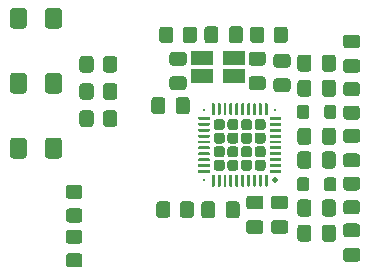
<source format=gbr>
%TF.GenerationSoftware,KiCad,Pcbnew,(5.1.9-0-10_14)*%
%TF.CreationDate,2021-04-20T20:33:20+01:00*%
%TF.ProjectId,PN532,504e3533-322e-46b6-9963-61645f706362,rev?*%
%TF.SameCoordinates,Original*%
%TF.FileFunction,Paste,Top*%
%TF.FilePolarity,Positive*%
%FSLAX46Y46*%
G04 Gerber Fmt 4.6, Leading zero omitted, Abs format (unit mm)*
G04 Created by KiCad (PCBNEW (5.1.9-0-10_14)) date 2021-04-20 20:33:20*
%MOMM*%
%LPD*%
G01*
G04 APERTURE LIST*
%ADD10C,0.500000*%
%ADD11R,0.200000X0.200000*%
%ADD12R,1.900000X1.150000*%
G04 APERTURE END LIST*
%TO.C,C14*%
G36*
G01*
X129925000Y-85087500D02*
X130875000Y-85087500D01*
G75*
G02*
X131125000Y-85337500I0J-250000D01*
G01*
X131125000Y-86012500D01*
G75*
G02*
X130875000Y-86262500I-250000J0D01*
G01*
X129925000Y-86262500D01*
G75*
G02*
X129675000Y-86012500I0J250000D01*
G01*
X129675000Y-85337500D01*
G75*
G02*
X129925000Y-85087500I250000J0D01*
G01*
G37*
G36*
G01*
X129925000Y-83012500D02*
X130875000Y-83012500D01*
G75*
G02*
X131125000Y-83262500I0J-250000D01*
G01*
X131125000Y-83937500D01*
G75*
G02*
X130875000Y-84187500I-250000J0D01*
G01*
X129925000Y-84187500D01*
G75*
G02*
X129675000Y-83937500I0J250000D01*
G01*
X129675000Y-83262500D01*
G75*
G02*
X129925000Y-83012500I250000J0D01*
G01*
G37*
%TD*%
%TO.C,C17*%
G36*
G01*
X120712500Y-74925000D02*
X120712500Y-75875000D01*
G75*
G02*
X120462500Y-76125000I-250000J0D01*
G01*
X119787500Y-76125000D01*
G75*
G02*
X119537500Y-75875000I0J250000D01*
G01*
X119537500Y-74925000D01*
G75*
G02*
X119787500Y-74675000I250000J0D01*
G01*
X120462500Y-74675000D01*
G75*
G02*
X120712500Y-74925000I0J-250000D01*
G01*
G37*
G36*
G01*
X122787500Y-74925000D02*
X122787500Y-75875000D01*
G75*
G02*
X122537500Y-76125000I-250000J0D01*
G01*
X121862500Y-76125000D01*
G75*
G02*
X121612500Y-75875000I0J250000D01*
G01*
X121612500Y-74925000D01*
G75*
G02*
X121862500Y-74675000I250000J0D01*
G01*
X122537500Y-74675000D01*
G75*
G02*
X122787500Y-74925000I0J-250000D01*
G01*
G37*
%TD*%
%TO.C,C16*%
G36*
G01*
X122275000Y-72012500D02*
X121325000Y-72012500D01*
G75*
G02*
X121075000Y-71762500I0J250000D01*
G01*
X121075000Y-71087500D01*
G75*
G02*
X121325000Y-70837500I250000J0D01*
G01*
X122275000Y-70837500D01*
G75*
G02*
X122525000Y-71087500I0J-250000D01*
G01*
X122525000Y-71762500D01*
G75*
G02*
X122275000Y-72012500I-250000J0D01*
G01*
G37*
G36*
G01*
X122275000Y-74087500D02*
X121325000Y-74087500D01*
G75*
G02*
X121075000Y-73837500I0J250000D01*
G01*
X121075000Y-73162500D01*
G75*
G02*
X121325000Y-72912500I250000J0D01*
G01*
X122275000Y-72912500D01*
G75*
G02*
X122525000Y-73162500I0J-250000D01*
G01*
X122525000Y-73837500D01*
G75*
G02*
X122275000Y-74087500I-250000J0D01*
G01*
G37*
%TD*%
%TO.C,C15*%
G36*
G01*
X128025000Y-72912500D02*
X128975000Y-72912500D01*
G75*
G02*
X129225000Y-73162500I0J-250000D01*
G01*
X129225000Y-73837500D01*
G75*
G02*
X128975000Y-74087500I-250000J0D01*
G01*
X128025000Y-74087500D01*
G75*
G02*
X127775000Y-73837500I0J250000D01*
G01*
X127775000Y-73162500D01*
G75*
G02*
X128025000Y-72912500I250000J0D01*
G01*
G37*
G36*
G01*
X128025000Y-70837500D02*
X128975000Y-70837500D01*
G75*
G02*
X129225000Y-71087500I0J-250000D01*
G01*
X129225000Y-71762500D01*
G75*
G02*
X128975000Y-72012500I-250000J0D01*
G01*
X128025000Y-72012500D01*
G75*
G02*
X127775000Y-71762500I0J250000D01*
G01*
X127775000Y-71087500D01*
G75*
G02*
X128025000Y-70837500I250000J0D01*
G01*
G37*
%TD*%
%TO.C,C13*%
G36*
G01*
X124937500Y-83750000D02*
X124937500Y-84700000D01*
G75*
G02*
X124687500Y-84950000I-250000J0D01*
G01*
X124012500Y-84950000D01*
G75*
G02*
X123762500Y-84700000I0J250000D01*
G01*
X123762500Y-83750000D01*
G75*
G02*
X124012500Y-83500000I250000J0D01*
G01*
X124687500Y-83500000D01*
G75*
G02*
X124937500Y-83750000I0J-250000D01*
G01*
G37*
G36*
G01*
X127012500Y-83750000D02*
X127012500Y-84700000D01*
G75*
G02*
X126762500Y-84950000I-250000J0D01*
G01*
X126087500Y-84950000D01*
G75*
G02*
X125837500Y-84700000I0J250000D01*
G01*
X125837500Y-83750000D01*
G75*
G02*
X126087500Y-83500000I250000J0D01*
G01*
X126762500Y-83500000D01*
G75*
G02*
X127012500Y-83750000I0J-250000D01*
G01*
G37*
%TD*%
%TO.C,C12*%
G36*
G01*
X127825000Y-85087500D02*
X128775000Y-85087500D01*
G75*
G02*
X129025000Y-85337500I0J-250000D01*
G01*
X129025000Y-86012500D01*
G75*
G02*
X128775000Y-86262500I-250000J0D01*
G01*
X127825000Y-86262500D01*
G75*
G02*
X127575000Y-86012500I0J250000D01*
G01*
X127575000Y-85337500D01*
G75*
G02*
X127825000Y-85087500I250000J0D01*
G01*
G37*
G36*
G01*
X127825000Y-83012500D02*
X128775000Y-83012500D01*
G75*
G02*
X129025000Y-83262500I0J-250000D01*
G01*
X129025000Y-83937500D01*
G75*
G02*
X128775000Y-84187500I-250000J0D01*
G01*
X127825000Y-84187500D01*
G75*
G02*
X127575000Y-83937500I0J250000D01*
G01*
X127575000Y-83262500D01*
G75*
G02*
X127825000Y-83012500I250000J0D01*
G01*
G37*
%TD*%
%TO.C,C11*%
G36*
G01*
X136025000Y-79450000D02*
X136975000Y-79450000D01*
G75*
G02*
X137225000Y-79700000I0J-250000D01*
G01*
X137225000Y-80375000D01*
G75*
G02*
X136975000Y-80625000I-250000J0D01*
G01*
X136025000Y-80625000D01*
G75*
G02*
X135775000Y-80375000I0J250000D01*
G01*
X135775000Y-79700000D01*
G75*
G02*
X136025000Y-79450000I250000J0D01*
G01*
G37*
G36*
G01*
X136025000Y-77375000D02*
X136975000Y-77375000D01*
G75*
G02*
X137225000Y-77625000I0J-250000D01*
G01*
X137225000Y-78300000D01*
G75*
G02*
X136975000Y-78550000I-250000J0D01*
G01*
X136025000Y-78550000D01*
G75*
G02*
X135775000Y-78300000I0J250000D01*
G01*
X135775000Y-77625000D01*
G75*
G02*
X136025000Y-77375000I250000J0D01*
G01*
G37*
%TD*%
%TO.C,C10*%
G36*
G01*
X131075000Y-72187500D02*
X130125000Y-72187500D01*
G75*
G02*
X129875000Y-71937500I0J250000D01*
G01*
X129875000Y-71262500D01*
G75*
G02*
X130125000Y-71012500I250000J0D01*
G01*
X131075000Y-71012500D01*
G75*
G02*
X131325000Y-71262500I0J-250000D01*
G01*
X131325000Y-71937500D01*
G75*
G02*
X131075000Y-72187500I-250000J0D01*
G01*
G37*
G36*
G01*
X131075000Y-74262500D02*
X130125000Y-74262500D01*
G75*
G02*
X129875000Y-74012500I0J250000D01*
G01*
X129875000Y-73337500D01*
G75*
G02*
X130125000Y-73087500I250000J0D01*
G01*
X131075000Y-73087500D01*
G75*
G02*
X131325000Y-73337500I0J-250000D01*
G01*
X131325000Y-74012500D01*
G75*
G02*
X131075000Y-74262500I-250000J0D01*
G01*
G37*
%TD*%
%TO.C,C9*%
G36*
G01*
X133987500Y-78475000D02*
X133987500Y-77525000D01*
G75*
G02*
X134237500Y-77275000I250000J0D01*
G01*
X134912500Y-77275000D01*
G75*
G02*
X135162500Y-77525000I0J-250000D01*
G01*
X135162500Y-78475000D01*
G75*
G02*
X134912500Y-78725000I-250000J0D01*
G01*
X134237500Y-78725000D01*
G75*
G02*
X133987500Y-78475000I0J250000D01*
G01*
G37*
G36*
G01*
X131912500Y-78475000D02*
X131912500Y-77525000D01*
G75*
G02*
X132162500Y-77275000I250000J0D01*
G01*
X132837500Y-77275000D01*
G75*
G02*
X133087500Y-77525000I0J-250000D01*
G01*
X133087500Y-78475000D01*
G75*
G02*
X132837500Y-78725000I-250000J0D01*
G01*
X132162500Y-78725000D01*
G75*
G02*
X131912500Y-78475000I0J250000D01*
G01*
G37*
%TD*%
%TO.C,C8*%
G36*
G01*
X126112500Y-69875000D02*
X126112500Y-68925000D01*
G75*
G02*
X126362500Y-68675000I250000J0D01*
G01*
X127037500Y-68675000D01*
G75*
G02*
X127287500Y-68925000I0J-250000D01*
G01*
X127287500Y-69875000D01*
G75*
G02*
X127037500Y-70125000I-250000J0D01*
G01*
X126362500Y-70125000D01*
G75*
G02*
X126112500Y-69875000I0J250000D01*
G01*
G37*
G36*
G01*
X124037500Y-69875000D02*
X124037500Y-68925000D01*
G75*
G02*
X124287500Y-68675000I250000J0D01*
G01*
X124962500Y-68675000D01*
G75*
G02*
X125212500Y-68925000I0J-250000D01*
G01*
X125212500Y-69875000D01*
G75*
G02*
X124962500Y-70125000I-250000J0D01*
G01*
X124287500Y-70125000D01*
G75*
G02*
X124037500Y-69875000I0J250000D01*
G01*
G37*
%TD*%
%TO.C,C7*%
G36*
G01*
X133987500Y-80475000D02*
X133987500Y-79525000D01*
G75*
G02*
X134237500Y-79275000I250000J0D01*
G01*
X134912500Y-79275000D01*
G75*
G02*
X135162500Y-79525000I0J-250000D01*
G01*
X135162500Y-80475000D01*
G75*
G02*
X134912500Y-80725000I-250000J0D01*
G01*
X134237500Y-80725000D01*
G75*
G02*
X133987500Y-80475000I0J250000D01*
G01*
G37*
G36*
G01*
X131912500Y-80475000D02*
X131912500Y-79525000D01*
G75*
G02*
X132162500Y-79275000I250000J0D01*
G01*
X132837500Y-79275000D01*
G75*
G02*
X133087500Y-79525000I0J-250000D01*
G01*
X133087500Y-80475000D01*
G75*
G02*
X132837500Y-80725000I-250000J0D01*
G01*
X132162500Y-80725000D01*
G75*
G02*
X131912500Y-80475000I0J250000D01*
G01*
G37*
%TD*%
%TO.C,C6*%
G36*
G01*
X133087500Y-71325000D02*
X133087500Y-72275000D01*
G75*
G02*
X132837500Y-72525000I-250000J0D01*
G01*
X132162500Y-72525000D01*
G75*
G02*
X131912500Y-72275000I0J250000D01*
G01*
X131912500Y-71325000D01*
G75*
G02*
X132162500Y-71075000I250000J0D01*
G01*
X132837500Y-71075000D01*
G75*
G02*
X133087500Y-71325000I0J-250000D01*
G01*
G37*
G36*
G01*
X135162500Y-71325000D02*
X135162500Y-72275000D01*
G75*
G02*
X134912500Y-72525000I-250000J0D01*
G01*
X134237500Y-72525000D01*
G75*
G02*
X133987500Y-72275000I0J250000D01*
G01*
X133987500Y-71325000D01*
G75*
G02*
X134237500Y-71075000I250000J0D01*
G01*
X134912500Y-71075000D01*
G75*
G02*
X135162500Y-71325000I0J-250000D01*
G01*
G37*
%TD*%
%TO.C,C5*%
G36*
G01*
X133087500Y-85725000D02*
X133087500Y-86675000D01*
G75*
G02*
X132837500Y-86925000I-250000J0D01*
G01*
X132162500Y-86925000D01*
G75*
G02*
X131912500Y-86675000I0J250000D01*
G01*
X131912500Y-85725000D01*
G75*
G02*
X132162500Y-85475000I250000J0D01*
G01*
X132837500Y-85475000D01*
G75*
G02*
X133087500Y-85725000I0J-250000D01*
G01*
G37*
G36*
G01*
X135162500Y-85725000D02*
X135162500Y-86675000D01*
G75*
G02*
X134912500Y-86925000I-250000J0D01*
G01*
X134237500Y-86925000D01*
G75*
G02*
X133987500Y-86675000I0J250000D01*
G01*
X133987500Y-85725000D01*
G75*
G02*
X134237500Y-85475000I250000J0D01*
G01*
X134912500Y-85475000D01*
G75*
G02*
X135162500Y-85725000I0J-250000D01*
G01*
G37*
%TD*%
%TO.C,C4*%
G36*
G01*
X133087500Y-73456428D02*
X133087500Y-74406428D01*
G75*
G02*
X132837500Y-74656428I-250000J0D01*
G01*
X132162500Y-74656428D01*
G75*
G02*
X131912500Y-74406428I0J250000D01*
G01*
X131912500Y-73456428D01*
G75*
G02*
X132162500Y-73206428I250000J0D01*
G01*
X132837500Y-73206428D01*
G75*
G02*
X133087500Y-73456428I0J-250000D01*
G01*
G37*
G36*
G01*
X135162500Y-73456428D02*
X135162500Y-74406428D01*
G75*
G02*
X134912500Y-74656428I-250000J0D01*
G01*
X134237500Y-74656428D01*
G75*
G02*
X133987500Y-74406428I0J250000D01*
G01*
X133987500Y-73456428D01*
G75*
G02*
X134237500Y-73206428I250000J0D01*
G01*
X134912500Y-73206428D01*
G75*
G02*
X135162500Y-73456428I0J-250000D01*
G01*
G37*
%TD*%
%TO.C,C3*%
G36*
G01*
X133987500Y-84543568D02*
X133987500Y-83593568D01*
G75*
G02*
X134237500Y-83343568I250000J0D01*
G01*
X134912500Y-83343568D01*
G75*
G02*
X135162500Y-83593568I0J-250000D01*
G01*
X135162500Y-84543568D01*
G75*
G02*
X134912500Y-84793568I-250000J0D01*
G01*
X134237500Y-84793568D01*
G75*
G02*
X133987500Y-84543568I0J250000D01*
G01*
G37*
G36*
G01*
X131912500Y-84543568D02*
X131912500Y-83593568D01*
G75*
G02*
X132162500Y-83343568I250000J0D01*
G01*
X132837500Y-83343568D01*
G75*
G02*
X133087500Y-83593568I0J-250000D01*
G01*
X133087500Y-84543568D01*
G75*
G02*
X132837500Y-84793568I-250000J0D01*
G01*
X132162500Y-84793568D01*
G75*
G02*
X131912500Y-84543568I0J250000D01*
G01*
G37*
%TD*%
%TO.C,L2*%
G36*
G01*
X132912500Y-75582855D02*
X132912500Y-76282857D01*
G75*
G02*
X132662501Y-76532856I-249999J0D01*
G01*
X132112499Y-76532856D01*
G75*
G02*
X131862500Y-76282857I0J249999D01*
G01*
X131862500Y-75582855D01*
G75*
G02*
X132112499Y-75332856I249999J0D01*
G01*
X132662501Y-75332856D01*
G75*
G02*
X132912500Y-75582855I0J-249999D01*
G01*
G37*
G36*
G01*
X135212500Y-75582855D02*
X135212500Y-76282857D01*
G75*
G02*
X134962501Y-76532856I-249999J0D01*
G01*
X134412499Y-76532856D01*
G75*
G02*
X134162500Y-76282857I0J249999D01*
G01*
X134162500Y-75582855D01*
G75*
G02*
X134412499Y-75332856I249999J0D01*
G01*
X134962501Y-75332856D01*
G75*
G02*
X135212500Y-75582855I0J-249999D01*
G01*
G37*
%TD*%
%TO.C,L1*%
G36*
G01*
X134162500Y-82417141D02*
X134162500Y-81717139D01*
G75*
G02*
X134412499Y-81467140I249999J0D01*
G01*
X134962501Y-81467140D01*
G75*
G02*
X135212500Y-81717139I0J-249999D01*
G01*
X135212500Y-82417141D01*
G75*
G02*
X134962501Y-82667140I-249999J0D01*
G01*
X134412499Y-82667140D01*
G75*
G02*
X134162500Y-82417141I0J249999D01*
G01*
G37*
G36*
G01*
X131862500Y-82417141D02*
X131862500Y-81717139D01*
G75*
G02*
X132112499Y-81467140I249999J0D01*
G01*
X132662501Y-81467140D01*
G75*
G02*
X132912500Y-81717139I0J-249999D01*
G01*
X132912500Y-82417141D01*
G75*
G02*
X132662501Y-82667140I-249999J0D01*
G01*
X132112499Y-82667140D01*
G75*
G02*
X131862500Y-82417141I0J249999D01*
G01*
G37*
%TD*%
%TO.C,C2*%
G36*
G01*
X136025000Y-71450000D02*
X136975000Y-71450000D01*
G75*
G02*
X137225000Y-71700000I0J-250000D01*
G01*
X137225000Y-72375000D01*
G75*
G02*
X136975000Y-72625000I-250000J0D01*
G01*
X136025000Y-72625000D01*
G75*
G02*
X135775000Y-72375000I0J250000D01*
G01*
X135775000Y-71700000D01*
G75*
G02*
X136025000Y-71450000I250000J0D01*
G01*
G37*
G36*
G01*
X136025000Y-69375000D02*
X136975000Y-69375000D01*
G75*
G02*
X137225000Y-69625000I0J-250000D01*
G01*
X137225000Y-70300000D01*
G75*
G02*
X136975000Y-70550000I-250000J0D01*
G01*
X136025000Y-70550000D01*
G75*
G02*
X135775000Y-70300000I0J250000D01*
G01*
X135775000Y-69625000D01*
G75*
G02*
X136025000Y-69375000I250000J0D01*
G01*
G37*
%TD*%
%TO.C,C1*%
G36*
G01*
X136025000Y-87450000D02*
X136975000Y-87450000D01*
G75*
G02*
X137225000Y-87700000I0J-250000D01*
G01*
X137225000Y-88375000D01*
G75*
G02*
X136975000Y-88625000I-250000J0D01*
G01*
X136025000Y-88625000D01*
G75*
G02*
X135775000Y-88375000I0J250000D01*
G01*
X135775000Y-87700000D01*
G75*
G02*
X136025000Y-87450000I250000J0D01*
G01*
G37*
G36*
G01*
X136025000Y-85375000D02*
X136975000Y-85375000D01*
G75*
G02*
X137225000Y-85625000I0J-250000D01*
G01*
X137225000Y-86300000D01*
G75*
G02*
X136975000Y-86550000I-250000J0D01*
G01*
X136025000Y-86550000D01*
G75*
G02*
X135775000Y-86300000I0J250000D01*
G01*
X135775000Y-85625000D01*
G75*
G02*
X136025000Y-85375000I250000J0D01*
G01*
G37*
%TD*%
%TO.C,R10*%
G36*
G01*
X121150000Y-83749999D02*
X121150000Y-84650001D01*
G75*
G02*
X120900001Y-84900000I-249999J0D01*
G01*
X120199999Y-84900000D01*
G75*
G02*
X119950000Y-84650001I0J249999D01*
G01*
X119950000Y-83749999D01*
G75*
G02*
X120199999Y-83500000I249999J0D01*
G01*
X120900001Y-83500000D01*
G75*
G02*
X121150000Y-83749999I0J-249999D01*
G01*
G37*
G36*
G01*
X123150000Y-83749999D02*
X123150000Y-84650001D01*
G75*
G02*
X122900001Y-84900000I-249999J0D01*
G01*
X122199999Y-84900000D01*
G75*
G02*
X121950000Y-84650001I0J249999D01*
G01*
X121950000Y-83749999D01*
G75*
G02*
X122199999Y-83500000I249999J0D01*
G01*
X122900001Y-83500000D01*
G75*
G02*
X123150000Y-83749999I0J-249999D01*
G01*
G37*
%TD*%
%TO.C,R9*%
G36*
G01*
X114650000Y-76049999D02*
X114650000Y-76950001D01*
G75*
G02*
X114400001Y-77200000I-249999J0D01*
G01*
X113699999Y-77200000D01*
G75*
G02*
X113450000Y-76950001I0J249999D01*
G01*
X113450000Y-76049999D01*
G75*
G02*
X113699999Y-75800000I249999J0D01*
G01*
X114400001Y-75800000D01*
G75*
G02*
X114650000Y-76049999I0J-249999D01*
G01*
G37*
G36*
G01*
X116650000Y-76049999D02*
X116650000Y-76950001D01*
G75*
G02*
X116400001Y-77200000I-249999J0D01*
G01*
X115699999Y-77200000D01*
G75*
G02*
X115450000Y-76950001I0J249999D01*
G01*
X115450000Y-76049999D01*
G75*
G02*
X115699999Y-75800000I249999J0D01*
G01*
X116400001Y-75800000D01*
G75*
G02*
X116650000Y-76049999I0J-249999D01*
G01*
G37*
%TD*%
%TO.C,R8*%
G36*
G01*
X114650000Y-73749999D02*
X114650000Y-74650001D01*
G75*
G02*
X114400001Y-74900000I-249999J0D01*
G01*
X113699999Y-74900000D01*
G75*
G02*
X113450000Y-74650001I0J249999D01*
G01*
X113450000Y-73749999D01*
G75*
G02*
X113699999Y-73500000I249999J0D01*
G01*
X114400001Y-73500000D01*
G75*
G02*
X114650000Y-73749999I0J-249999D01*
G01*
G37*
G36*
G01*
X116650000Y-73749999D02*
X116650000Y-74650001D01*
G75*
G02*
X116400001Y-74900000I-249999J0D01*
G01*
X115699999Y-74900000D01*
G75*
G02*
X115450000Y-74650001I0J249999D01*
G01*
X115450000Y-73749999D01*
G75*
G02*
X115699999Y-73500000I249999J0D01*
G01*
X116400001Y-73500000D01*
G75*
G02*
X116650000Y-73749999I0J-249999D01*
G01*
G37*
%TD*%
%TO.C,R7*%
G36*
G01*
X114650000Y-71449999D02*
X114650000Y-72350001D01*
G75*
G02*
X114400001Y-72600000I-249999J0D01*
G01*
X113699999Y-72600000D01*
G75*
G02*
X113450000Y-72350001I0J249999D01*
G01*
X113450000Y-71449999D01*
G75*
G02*
X113699999Y-71200000I249999J0D01*
G01*
X114400001Y-71200000D01*
G75*
G02*
X114650000Y-71449999I0J-249999D01*
G01*
G37*
G36*
G01*
X116650000Y-71449999D02*
X116650000Y-72350001D01*
G75*
G02*
X116400001Y-72600000I-249999J0D01*
G01*
X115699999Y-72600000D01*
G75*
G02*
X115450000Y-72350001I0J249999D01*
G01*
X115450000Y-71449999D01*
G75*
G02*
X115699999Y-71200000I249999J0D01*
G01*
X116400001Y-71200000D01*
G75*
G02*
X116650000Y-71449999I0J-249999D01*
G01*
G37*
%TD*%
%TO.C,R6*%
G36*
G01*
X112549999Y-84100000D02*
X113450001Y-84100000D01*
G75*
G02*
X113700000Y-84349999I0J-249999D01*
G01*
X113700000Y-85050001D01*
G75*
G02*
X113450001Y-85300000I-249999J0D01*
G01*
X112549999Y-85300000D01*
G75*
G02*
X112300000Y-85050001I0J249999D01*
G01*
X112300000Y-84349999D01*
G75*
G02*
X112549999Y-84100000I249999J0D01*
G01*
G37*
G36*
G01*
X112549999Y-82100000D02*
X113450001Y-82100000D01*
G75*
G02*
X113700000Y-82349999I0J-249999D01*
G01*
X113700000Y-83050001D01*
G75*
G02*
X113450001Y-83300000I-249999J0D01*
G01*
X112549999Y-83300000D01*
G75*
G02*
X112300000Y-83050001I0J249999D01*
G01*
X112300000Y-82349999D01*
G75*
G02*
X112549999Y-82100000I249999J0D01*
G01*
G37*
%TD*%
%TO.C,R5*%
G36*
G01*
X112549999Y-87900000D02*
X113450001Y-87900000D01*
G75*
G02*
X113700000Y-88149999I0J-249999D01*
G01*
X113700000Y-88850001D01*
G75*
G02*
X113450001Y-89100000I-249999J0D01*
G01*
X112549999Y-89100000D01*
G75*
G02*
X112300000Y-88850001I0J249999D01*
G01*
X112300000Y-88149999D01*
G75*
G02*
X112549999Y-87900000I249999J0D01*
G01*
G37*
G36*
G01*
X112549999Y-85900000D02*
X113450001Y-85900000D01*
G75*
G02*
X113700000Y-86149999I0J-249999D01*
G01*
X113700000Y-86850001D01*
G75*
G02*
X113450001Y-87100000I-249999J0D01*
G01*
X112549999Y-87100000D01*
G75*
G02*
X112300000Y-86850001I0J249999D01*
G01*
X112300000Y-86149999D01*
G75*
G02*
X112549999Y-85900000I249999J0D01*
G01*
G37*
%TD*%
%TO.C,R4*%
G36*
G01*
X121400000Y-68949999D02*
X121400000Y-69850001D01*
G75*
G02*
X121150001Y-70100000I-249999J0D01*
G01*
X120449999Y-70100000D01*
G75*
G02*
X120200000Y-69850001I0J249999D01*
G01*
X120200000Y-68949999D01*
G75*
G02*
X120449999Y-68700000I249999J0D01*
G01*
X121150001Y-68700000D01*
G75*
G02*
X121400000Y-68949999I0J-249999D01*
G01*
G37*
G36*
G01*
X123400000Y-68949999D02*
X123400000Y-69850001D01*
G75*
G02*
X123150001Y-70100000I-249999J0D01*
G01*
X122449999Y-70100000D01*
G75*
G02*
X122200000Y-69850001I0J249999D01*
G01*
X122200000Y-68949999D01*
G75*
G02*
X122449999Y-68700000I249999J0D01*
G01*
X123150001Y-68700000D01*
G75*
G02*
X123400000Y-68949999I0J-249999D01*
G01*
G37*
%TD*%
%TO.C,R3*%
G36*
G01*
X129900000Y-69850001D02*
X129900000Y-68949999D01*
G75*
G02*
X130149999Y-68700000I249999J0D01*
G01*
X130850001Y-68700000D01*
G75*
G02*
X131100000Y-68949999I0J-249999D01*
G01*
X131100000Y-69850001D01*
G75*
G02*
X130850001Y-70100000I-249999J0D01*
G01*
X130149999Y-70100000D01*
G75*
G02*
X129900000Y-69850001I0J249999D01*
G01*
G37*
G36*
G01*
X127900000Y-69850001D02*
X127900000Y-68949999D01*
G75*
G02*
X128149999Y-68700000I249999J0D01*
G01*
X128850001Y-68700000D01*
G75*
G02*
X129100000Y-68949999I0J-249999D01*
G01*
X129100000Y-69850001D01*
G75*
G02*
X128850001Y-70100000I-249999J0D01*
G01*
X128149999Y-70100000D01*
G75*
G02*
X127900000Y-69850001I0J249999D01*
G01*
G37*
%TD*%
%TO.C,R2*%
G36*
G01*
X136049999Y-75400000D02*
X136950001Y-75400000D01*
G75*
G02*
X137200000Y-75649999I0J-249999D01*
G01*
X137200000Y-76350001D01*
G75*
G02*
X136950001Y-76600000I-249999J0D01*
G01*
X136049999Y-76600000D01*
G75*
G02*
X135800000Y-76350001I0J249999D01*
G01*
X135800000Y-75649999D01*
G75*
G02*
X136049999Y-75400000I249999J0D01*
G01*
G37*
G36*
G01*
X136049999Y-73400000D02*
X136950001Y-73400000D01*
G75*
G02*
X137200000Y-73649999I0J-249999D01*
G01*
X137200000Y-74350001D01*
G75*
G02*
X136950001Y-74600000I-249999J0D01*
G01*
X136049999Y-74600000D01*
G75*
G02*
X135800000Y-74350001I0J249999D01*
G01*
X135800000Y-73649999D01*
G75*
G02*
X136049999Y-73400000I249999J0D01*
G01*
G37*
%TD*%
%TO.C,R1*%
G36*
G01*
X136950001Y-82600000D02*
X136049999Y-82600000D01*
G75*
G02*
X135800000Y-82350001I0J249999D01*
G01*
X135800000Y-81649999D01*
G75*
G02*
X136049999Y-81400000I249999J0D01*
G01*
X136950001Y-81400000D01*
G75*
G02*
X137200000Y-81649999I0J-249999D01*
G01*
X137200000Y-82350001D01*
G75*
G02*
X136950001Y-82600000I-249999J0D01*
G01*
G37*
G36*
G01*
X136950001Y-84600000D02*
X136049999Y-84600000D01*
G75*
G02*
X135800000Y-84350001I0J249999D01*
G01*
X135800000Y-83649999D01*
G75*
G02*
X136049999Y-83400000I249999J0D01*
G01*
X136950001Y-83400000D01*
G75*
G02*
X137200000Y-83649999I0J-249999D01*
G01*
X137200000Y-84350001D01*
G75*
G02*
X136950001Y-84600000I-249999J0D01*
G01*
G37*
%TD*%
D10*
%TO.C,U1*%
X130025000Y-81725000D03*
D11*
X130025000Y-81725000D03*
X124025000Y-81725000D03*
X124025000Y-75725000D03*
X130025000Y-75725000D03*
G36*
G01*
X125765000Y-76767500D02*
X125765000Y-77232500D01*
G75*
G02*
X125532500Y-77465000I-232500J0D01*
G01*
X125067500Y-77465000D01*
G75*
G02*
X124835000Y-77232500I0J232500D01*
G01*
X124835000Y-76767500D01*
G75*
G02*
X125067500Y-76535000I232500J0D01*
G01*
X125532500Y-76535000D01*
G75*
G02*
X125765000Y-76767500I0J-232500D01*
G01*
G37*
G36*
G01*
X125765000Y-77917500D02*
X125765000Y-78382500D01*
G75*
G02*
X125532500Y-78615000I-232500J0D01*
G01*
X125067500Y-78615000D01*
G75*
G02*
X124835000Y-78382500I0J232500D01*
G01*
X124835000Y-77917500D01*
G75*
G02*
X125067500Y-77685000I232500J0D01*
G01*
X125532500Y-77685000D01*
G75*
G02*
X125765000Y-77917500I0J-232500D01*
G01*
G37*
G36*
G01*
X125765000Y-79067500D02*
X125765000Y-79532500D01*
G75*
G02*
X125532500Y-79765000I-232500J0D01*
G01*
X125067500Y-79765000D01*
G75*
G02*
X124835000Y-79532500I0J232500D01*
G01*
X124835000Y-79067500D01*
G75*
G02*
X125067500Y-78835000I232500J0D01*
G01*
X125532500Y-78835000D01*
G75*
G02*
X125765000Y-79067500I0J-232500D01*
G01*
G37*
G36*
G01*
X125765000Y-80217500D02*
X125765000Y-80682500D01*
G75*
G02*
X125532500Y-80915000I-232500J0D01*
G01*
X125067500Y-80915000D01*
G75*
G02*
X124835000Y-80682500I0J232500D01*
G01*
X124835000Y-80217500D01*
G75*
G02*
X125067500Y-79985000I232500J0D01*
G01*
X125532500Y-79985000D01*
G75*
G02*
X125765000Y-80217500I0J-232500D01*
G01*
G37*
G36*
G01*
X126915000Y-76767500D02*
X126915000Y-77232500D01*
G75*
G02*
X126682500Y-77465000I-232500J0D01*
G01*
X126217500Y-77465000D01*
G75*
G02*
X125985000Y-77232500I0J232500D01*
G01*
X125985000Y-76767500D01*
G75*
G02*
X126217500Y-76535000I232500J0D01*
G01*
X126682500Y-76535000D01*
G75*
G02*
X126915000Y-76767500I0J-232500D01*
G01*
G37*
G36*
G01*
X126915000Y-77917500D02*
X126915000Y-78382500D01*
G75*
G02*
X126682500Y-78615000I-232500J0D01*
G01*
X126217500Y-78615000D01*
G75*
G02*
X125985000Y-78382500I0J232500D01*
G01*
X125985000Y-77917500D01*
G75*
G02*
X126217500Y-77685000I232500J0D01*
G01*
X126682500Y-77685000D01*
G75*
G02*
X126915000Y-77917500I0J-232500D01*
G01*
G37*
G36*
G01*
X126915000Y-79067500D02*
X126915000Y-79532500D01*
G75*
G02*
X126682500Y-79765000I-232500J0D01*
G01*
X126217500Y-79765000D01*
G75*
G02*
X125985000Y-79532500I0J232500D01*
G01*
X125985000Y-79067500D01*
G75*
G02*
X126217500Y-78835000I232500J0D01*
G01*
X126682500Y-78835000D01*
G75*
G02*
X126915000Y-79067500I0J-232500D01*
G01*
G37*
G36*
G01*
X126915000Y-80217500D02*
X126915000Y-80682500D01*
G75*
G02*
X126682500Y-80915000I-232500J0D01*
G01*
X126217500Y-80915000D01*
G75*
G02*
X125985000Y-80682500I0J232500D01*
G01*
X125985000Y-80217500D01*
G75*
G02*
X126217500Y-79985000I232500J0D01*
G01*
X126682500Y-79985000D01*
G75*
G02*
X126915000Y-80217500I0J-232500D01*
G01*
G37*
G36*
G01*
X128065000Y-76767500D02*
X128065000Y-77232500D01*
G75*
G02*
X127832500Y-77465000I-232500J0D01*
G01*
X127367500Y-77465000D01*
G75*
G02*
X127135000Y-77232500I0J232500D01*
G01*
X127135000Y-76767500D01*
G75*
G02*
X127367500Y-76535000I232500J0D01*
G01*
X127832500Y-76535000D01*
G75*
G02*
X128065000Y-76767500I0J-232500D01*
G01*
G37*
G36*
G01*
X128065000Y-77917500D02*
X128065000Y-78382500D01*
G75*
G02*
X127832500Y-78615000I-232500J0D01*
G01*
X127367500Y-78615000D01*
G75*
G02*
X127135000Y-78382500I0J232500D01*
G01*
X127135000Y-77917500D01*
G75*
G02*
X127367500Y-77685000I232500J0D01*
G01*
X127832500Y-77685000D01*
G75*
G02*
X128065000Y-77917500I0J-232500D01*
G01*
G37*
G36*
G01*
X128065000Y-79067500D02*
X128065000Y-79532500D01*
G75*
G02*
X127832500Y-79765000I-232500J0D01*
G01*
X127367500Y-79765000D01*
G75*
G02*
X127135000Y-79532500I0J232500D01*
G01*
X127135000Y-79067500D01*
G75*
G02*
X127367500Y-78835000I232500J0D01*
G01*
X127832500Y-78835000D01*
G75*
G02*
X128065000Y-79067500I0J-232500D01*
G01*
G37*
G36*
G01*
X128065000Y-80217500D02*
X128065000Y-80682500D01*
G75*
G02*
X127832500Y-80915000I-232500J0D01*
G01*
X127367500Y-80915000D01*
G75*
G02*
X127135000Y-80682500I0J232500D01*
G01*
X127135000Y-80217500D01*
G75*
G02*
X127367500Y-79985000I232500J0D01*
G01*
X127832500Y-79985000D01*
G75*
G02*
X128065000Y-80217500I0J-232500D01*
G01*
G37*
G36*
G01*
X129215000Y-76767500D02*
X129215000Y-77232500D01*
G75*
G02*
X128982500Y-77465000I-232500J0D01*
G01*
X128517500Y-77465000D01*
G75*
G02*
X128285000Y-77232500I0J232500D01*
G01*
X128285000Y-76767500D01*
G75*
G02*
X128517500Y-76535000I232500J0D01*
G01*
X128982500Y-76535000D01*
G75*
G02*
X129215000Y-76767500I0J-232500D01*
G01*
G37*
G36*
G01*
X129215000Y-77917500D02*
X129215000Y-78382500D01*
G75*
G02*
X128982500Y-78615000I-232500J0D01*
G01*
X128517500Y-78615000D01*
G75*
G02*
X128285000Y-78382500I0J232500D01*
G01*
X128285000Y-77917500D01*
G75*
G02*
X128517500Y-77685000I232500J0D01*
G01*
X128982500Y-77685000D01*
G75*
G02*
X129215000Y-77917500I0J-232500D01*
G01*
G37*
G36*
G01*
X129215000Y-79067500D02*
X129215000Y-79532500D01*
G75*
G02*
X128982500Y-79765000I-232500J0D01*
G01*
X128517500Y-79765000D01*
G75*
G02*
X128285000Y-79532500I0J232500D01*
G01*
X128285000Y-79067500D01*
G75*
G02*
X128517500Y-78835000I232500J0D01*
G01*
X128982500Y-78835000D01*
G75*
G02*
X129215000Y-79067500I0J-232500D01*
G01*
G37*
G36*
G01*
X129215000Y-80217500D02*
X129215000Y-80682500D01*
G75*
G02*
X128982500Y-80915000I-232500J0D01*
G01*
X128517500Y-80915000D01*
G75*
G02*
X128285000Y-80682500I0J232500D01*
G01*
X128285000Y-80217500D01*
G75*
G02*
X128517500Y-79985000I232500J0D01*
G01*
X128982500Y-79985000D01*
G75*
G02*
X129215000Y-80217500I0J-232500D01*
G01*
G37*
G36*
G01*
X129400000Y-81312500D02*
X129400000Y-82187500D01*
G75*
G02*
X129337500Y-82250000I-62500J0D01*
G01*
X129212500Y-82250000D01*
G75*
G02*
X129150000Y-82187500I0J62500D01*
G01*
X129150000Y-81312500D01*
G75*
G02*
X129212500Y-81250000I62500J0D01*
G01*
X129337500Y-81250000D01*
G75*
G02*
X129400000Y-81312500I0J-62500D01*
G01*
G37*
G36*
G01*
X128900000Y-81312500D02*
X128900000Y-82187500D01*
G75*
G02*
X128837500Y-82250000I-62500J0D01*
G01*
X128712500Y-82250000D01*
G75*
G02*
X128650000Y-82187500I0J62500D01*
G01*
X128650000Y-81312500D01*
G75*
G02*
X128712500Y-81250000I62500J0D01*
G01*
X128837500Y-81250000D01*
G75*
G02*
X128900000Y-81312500I0J-62500D01*
G01*
G37*
G36*
G01*
X128400000Y-81312500D02*
X128400000Y-82187500D01*
G75*
G02*
X128337500Y-82250000I-62500J0D01*
G01*
X128212500Y-82250000D01*
G75*
G02*
X128150000Y-82187500I0J62500D01*
G01*
X128150000Y-81312500D01*
G75*
G02*
X128212500Y-81250000I62500J0D01*
G01*
X128337500Y-81250000D01*
G75*
G02*
X128400000Y-81312500I0J-62500D01*
G01*
G37*
G36*
G01*
X127900000Y-81312500D02*
X127900000Y-82187500D01*
G75*
G02*
X127837500Y-82250000I-62500J0D01*
G01*
X127712500Y-82250000D01*
G75*
G02*
X127650000Y-82187500I0J62500D01*
G01*
X127650000Y-81312500D01*
G75*
G02*
X127712500Y-81250000I62500J0D01*
G01*
X127837500Y-81250000D01*
G75*
G02*
X127900000Y-81312500I0J-62500D01*
G01*
G37*
G36*
G01*
X127400000Y-81312500D02*
X127400000Y-82187500D01*
G75*
G02*
X127337500Y-82250000I-62500J0D01*
G01*
X127212500Y-82250000D01*
G75*
G02*
X127150000Y-82187500I0J62500D01*
G01*
X127150000Y-81312500D01*
G75*
G02*
X127212500Y-81250000I62500J0D01*
G01*
X127337500Y-81250000D01*
G75*
G02*
X127400000Y-81312500I0J-62500D01*
G01*
G37*
G36*
G01*
X126900000Y-81312500D02*
X126900000Y-82187500D01*
G75*
G02*
X126837500Y-82250000I-62500J0D01*
G01*
X126712500Y-82250000D01*
G75*
G02*
X126650000Y-82187500I0J62500D01*
G01*
X126650000Y-81312500D01*
G75*
G02*
X126712500Y-81250000I62500J0D01*
G01*
X126837500Y-81250000D01*
G75*
G02*
X126900000Y-81312500I0J-62500D01*
G01*
G37*
G36*
G01*
X126400000Y-81312500D02*
X126400000Y-82187500D01*
G75*
G02*
X126337500Y-82250000I-62500J0D01*
G01*
X126212500Y-82250000D01*
G75*
G02*
X126150000Y-82187500I0J62500D01*
G01*
X126150000Y-81312500D01*
G75*
G02*
X126212500Y-81250000I62500J0D01*
G01*
X126337500Y-81250000D01*
G75*
G02*
X126400000Y-81312500I0J-62500D01*
G01*
G37*
G36*
G01*
X125900000Y-81312500D02*
X125900000Y-82187500D01*
G75*
G02*
X125837500Y-82250000I-62500J0D01*
G01*
X125712500Y-82250000D01*
G75*
G02*
X125650000Y-82187500I0J62500D01*
G01*
X125650000Y-81312500D01*
G75*
G02*
X125712500Y-81250000I62500J0D01*
G01*
X125837500Y-81250000D01*
G75*
G02*
X125900000Y-81312500I0J-62500D01*
G01*
G37*
G36*
G01*
X125400000Y-81312500D02*
X125400000Y-82187500D01*
G75*
G02*
X125337500Y-82250000I-62500J0D01*
G01*
X125212500Y-82250000D01*
G75*
G02*
X125150000Y-82187500I0J62500D01*
G01*
X125150000Y-81312500D01*
G75*
G02*
X125212500Y-81250000I62500J0D01*
G01*
X125337500Y-81250000D01*
G75*
G02*
X125400000Y-81312500I0J-62500D01*
G01*
G37*
G36*
G01*
X124900000Y-81312500D02*
X124900000Y-82187500D01*
G75*
G02*
X124837500Y-82250000I-62500J0D01*
G01*
X124712500Y-82250000D01*
G75*
G02*
X124650000Y-82187500I0J62500D01*
G01*
X124650000Y-81312500D01*
G75*
G02*
X124712500Y-81250000I62500J0D01*
G01*
X124837500Y-81250000D01*
G75*
G02*
X124900000Y-81312500I0J-62500D01*
G01*
G37*
G36*
G01*
X124500000Y-80912500D02*
X124500000Y-81037500D01*
G75*
G02*
X124437500Y-81100000I-62500J0D01*
G01*
X123562500Y-81100000D01*
G75*
G02*
X123500000Y-81037500I0J62500D01*
G01*
X123500000Y-80912500D01*
G75*
G02*
X123562500Y-80850000I62500J0D01*
G01*
X124437500Y-80850000D01*
G75*
G02*
X124500000Y-80912500I0J-62500D01*
G01*
G37*
G36*
G01*
X124500000Y-80412500D02*
X124500000Y-80537500D01*
G75*
G02*
X124437500Y-80600000I-62500J0D01*
G01*
X123562500Y-80600000D01*
G75*
G02*
X123500000Y-80537500I0J62500D01*
G01*
X123500000Y-80412500D01*
G75*
G02*
X123562500Y-80350000I62500J0D01*
G01*
X124437500Y-80350000D01*
G75*
G02*
X124500000Y-80412500I0J-62500D01*
G01*
G37*
G36*
G01*
X124500000Y-79912500D02*
X124500000Y-80037500D01*
G75*
G02*
X124437500Y-80100000I-62500J0D01*
G01*
X123562500Y-80100000D01*
G75*
G02*
X123500000Y-80037500I0J62500D01*
G01*
X123500000Y-79912500D01*
G75*
G02*
X123562500Y-79850000I62500J0D01*
G01*
X124437500Y-79850000D01*
G75*
G02*
X124500000Y-79912500I0J-62500D01*
G01*
G37*
G36*
G01*
X124500000Y-79412500D02*
X124500000Y-79537500D01*
G75*
G02*
X124437500Y-79600000I-62500J0D01*
G01*
X123562500Y-79600000D01*
G75*
G02*
X123500000Y-79537500I0J62500D01*
G01*
X123500000Y-79412500D01*
G75*
G02*
X123562500Y-79350000I62500J0D01*
G01*
X124437500Y-79350000D01*
G75*
G02*
X124500000Y-79412500I0J-62500D01*
G01*
G37*
G36*
G01*
X124500000Y-78912500D02*
X124500000Y-79037500D01*
G75*
G02*
X124437500Y-79100000I-62500J0D01*
G01*
X123562500Y-79100000D01*
G75*
G02*
X123500000Y-79037500I0J62500D01*
G01*
X123500000Y-78912500D01*
G75*
G02*
X123562500Y-78850000I62500J0D01*
G01*
X124437500Y-78850000D01*
G75*
G02*
X124500000Y-78912500I0J-62500D01*
G01*
G37*
G36*
G01*
X124500000Y-78412500D02*
X124500000Y-78537500D01*
G75*
G02*
X124437500Y-78600000I-62500J0D01*
G01*
X123562500Y-78600000D01*
G75*
G02*
X123500000Y-78537500I0J62500D01*
G01*
X123500000Y-78412500D01*
G75*
G02*
X123562500Y-78350000I62500J0D01*
G01*
X124437500Y-78350000D01*
G75*
G02*
X124500000Y-78412500I0J-62500D01*
G01*
G37*
G36*
G01*
X124500000Y-77912500D02*
X124500000Y-78037500D01*
G75*
G02*
X124437500Y-78100000I-62500J0D01*
G01*
X123562500Y-78100000D01*
G75*
G02*
X123500000Y-78037500I0J62500D01*
G01*
X123500000Y-77912500D01*
G75*
G02*
X123562500Y-77850000I62500J0D01*
G01*
X124437500Y-77850000D01*
G75*
G02*
X124500000Y-77912500I0J-62500D01*
G01*
G37*
G36*
G01*
X124500000Y-77412500D02*
X124500000Y-77537500D01*
G75*
G02*
X124437500Y-77600000I-62500J0D01*
G01*
X123562500Y-77600000D01*
G75*
G02*
X123500000Y-77537500I0J62500D01*
G01*
X123500000Y-77412500D01*
G75*
G02*
X123562500Y-77350000I62500J0D01*
G01*
X124437500Y-77350000D01*
G75*
G02*
X124500000Y-77412500I0J-62500D01*
G01*
G37*
G36*
G01*
X124500000Y-76912500D02*
X124500000Y-77037500D01*
G75*
G02*
X124437500Y-77100000I-62500J0D01*
G01*
X123562500Y-77100000D01*
G75*
G02*
X123500000Y-77037500I0J62500D01*
G01*
X123500000Y-76912500D01*
G75*
G02*
X123562500Y-76850000I62500J0D01*
G01*
X124437500Y-76850000D01*
G75*
G02*
X124500000Y-76912500I0J-62500D01*
G01*
G37*
G36*
G01*
X124500000Y-76412500D02*
X124500000Y-76537500D01*
G75*
G02*
X124437500Y-76600000I-62500J0D01*
G01*
X123562500Y-76600000D01*
G75*
G02*
X123500000Y-76537500I0J62500D01*
G01*
X123500000Y-76412500D01*
G75*
G02*
X123562500Y-76350000I62500J0D01*
G01*
X124437500Y-76350000D01*
G75*
G02*
X124500000Y-76412500I0J-62500D01*
G01*
G37*
G36*
G01*
X124900000Y-75262500D02*
X124900000Y-76137500D01*
G75*
G02*
X124837500Y-76200000I-62500J0D01*
G01*
X124712500Y-76200000D01*
G75*
G02*
X124650000Y-76137500I0J62500D01*
G01*
X124650000Y-75262500D01*
G75*
G02*
X124712500Y-75200000I62500J0D01*
G01*
X124837500Y-75200000D01*
G75*
G02*
X124900000Y-75262500I0J-62500D01*
G01*
G37*
G36*
G01*
X125400000Y-75262500D02*
X125400000Y-76137500D01*
G75*
G02*
X125337500Y-76200000I-62500J0D01*
G01*
X125212500Y-76200000D01*
G75*
G02*
X125150000Y-76137500I0J62500D01*
G01*
X125150000Y-75262500D01*
G75*
G02*
X125212500Y-75200000I62500J0D01*
G01*
X125337500Y-75200000D01*
G75*
G02*
X125400000Y-75262500I0J-62500D01*
G01*
G37*
G36*
G01*
X125900000Y-75262500D02*
X125900000Y-76137500D01*
G75*
G02*
X125837500Y-76200000I-62500J0D01*
G01*
X125712500Y-76200000D01*
G75*
G02*
X125650000Y-76137500I0J62500D01*
G01*
X125650000Y-75262500D01*
G75*
G02*
X125712500Y-75200000I62500J0D01*
G01*
X125837500Y-75200000D01*
G75*
G02*
X125900000Y-75262500I0J-62500D01*
G01*
G37*
G36*
G01*
X126400000Y-75262500D02*
X126400000Y-76137500D01*
G75*
G02*
X126337500Y-76200000I-62500J0D01*
G01*
X126212500Y-76200000D01*
G75*
G02*
X126150000Y-76137500I0J62500D01*
G01*
X126150000Y-75262500D01*
G75*
G02*
X126212500Y-75200000I62500J0D01*
G01*
X126337500Y-75200000D01*
G75*
G02*
X126400000Y-75262500I0J-62500D01*
G01*
G37*
G36*
G01*
X126900000Y-75262500D02*
X126900000Y-76137500D01*
G75*
G02*
X126837500Y-76200000I-62500J0D01*
G01*
X126712500Y-76200000D01*
G75*
G02*
X126650000Y-76137500I0J62500D01*
G01*
X126650000Y-75262500D01*
G75*
G02*
X126712500Y-75200000I62500J0D01*
G01*
X126837500Y-75200000D01*
G75*
G02*
X126900000Y-75262500I0J-62500D01*
G01*
G37*
G36*
G01*
X127400000Y-75262500D02*
X127400000Y-76137500D01*
G75*
G02*
X127337500Y-76200000I-62500J0D01*
G01*
X127212500Y-76200000D01*
G75*
G02*
X127150000Y-76137500I0J62500D01*
G01*
X127150000Y-75262500D01*
G75*
G02*
X127212500Y-75200000I62500J0D01*
G01*
X127337500Y-75200000D01*
G75*
G02*
X127400000Y-75262500I0J-62500D01*
G01*
G37*
G36*
G01*
X127900000Y-75262500D02*
X127900000Y-76137500D01*
G75*
G02*
X127837500Y-76200000I-62500J0D01*
G01*
X127712500Y-76200000D01*
G75*
G02*
X127650000Y-76137500I0J62500D01*
G01*
X127650000Y-75262500D01*
G75*
G02*
X127712500Y-75200000I62500J0D01*
G01*
X127837500Y-75200000D01*
G75*
G02*
X127900000Y-75262500I0J-62500D01*
G01*
G37*
G36*
G01*
X128400000Y-75262500D02*
X128400000Y-76137500D01*
G75*
G02*
X128337500Y-76200000I-62500J0D01*
G01*
X128212500Y-76200000D01*
G75*
G02*
X128150000Y-76137500I0J62500D01*
G01*
X128150000Y-75262500D01*
G75*
G02*
X128212500Y-75200000I62500J0D01*
G01*
X128337500Y-75200000D01*
G75*
G02*
X128400000Y-75262500I0J-62500D01*
G01*
G37*
G36*
G01*
X128900000Y-75262500D02*
X128900000Y-76137500D01*
G75*
G02*
X128837500Y-76200000I-62500J0D01*
G01*
X128712500Y-76200000D01*
G75*
G02*
X128650000Y-76137500I0J62500D01*
G01*
X128650000Y-75262500D01*
G75*
G02*
X128712500Y-75200000I62500J0D01*
G01*
X128837500Y-75200000D01*
G75*
G02*
X128900000Y-75262500I0J-62500D01*
G01*
G37*
G36*
G01*
X129400000Y-75262500D02*
X129400000Y-76137500D01*
G75*
G02*
X129337500Y-76200000I-62500J0D01*
G01*
X129212500Y-76200000D01*
G75*
G02*
X129150000Y-76137500I0J62500D01*
G01*
X129150000Y-75262500D01*
G75*
G02*
X129212500Y-75200000I62500J0D01*
G01*
X129337500Y-75200000D01*
G75*
G02*
X129400000Y-75262500I0J-62500D01*
G01*
G37*
G36*
G01*
X130550000Y-76412500D02*
X130550000Y-76537500D01*
G75*
G02*
X130487500Y-76600000I-62500J0D01*
G01*
X129612500Y-76600000D01*
G75*
G02*
X129550000Y-76537500I0J62500D01*
G01*
X129550000Y-76412500D01*
G75*
G02*
X129612500Y-76350000I62500J0D01*
G01*
X130487500Y-76350000D01*
G75*
G02*
X130550000Y-76412500I0J-62500D01*
G01*
G37*
G36*
G01*
X130550000Y-76912500D02*
X130550000Y-77037500D01*
G75*
G02*
X130487500Y-77100000I-62500J0D01*
G01*
X129612500Y-77100000D01*
G75*
G02*
X129550000Y-77037500I0J62500D01*
G01*
X129550000Y-76912500D01*
G75*
G02*
X129612500Y-76850000I62500J0D01*
G01*
X130487500Y-76850000D01*
G75*
G02*
X130550000Y-76912500I0J-62500D01*
G01*
G37*
G36*
G01*
X130550000Y-77412500D02*
X130550000Y-77537500D01*
G75*
G02*
X130487500Y-77600000I-62500J0D01*
G01*
X129612500Y-77600000D01*
G75*
G02*
X129550000Y-77537500I0J62500D01*
G01*
X129550000Y-77412500D01*
G75*
G02*
X129612500Y-77350000I62500J0D01*
G01*
X130487500Y-77350000D01*
G75*
G02*
X130550000Y-77412500I0J-62500D01*
G01*
G37*
G36*
G01*
X130550000Y-77912500D02*
X130550000Y-78037500D01*
G75*
G02*
X130487500Y-78100000I-62500J0D01*
G01*
X129612500Y-78100000D01*
G75*
G02*
X129550000Y-78037500I0J62500D01*
G01*
X129550000Y-77912500D01*
G75*
G02*
X129612500Y-77850000I62500J0D01*
G01*
X130487500Y-77850000D01*
G75*
G02*
X130550000Y-77912500I0J-62500D01*
G01*
G37*
G36*
G01*
X130550000Y-78412500D02*
X130550000Y-78537500D01*
G75*
G02*
X130487500Y-78600000I-62500J0D01*
G01*
X129612500Y-78600000D01*
G75*
G02*
X129550000Y-78537500I0J62500D01*
G01*
X129550000Y-78412500D01*
G75*
G02*
X129612500Y-78350000I62500J0D01*
G01*
X130487500Y-78350000D01*
G75*
G02*
X130550000Y-78412500I0J-62500D01*
G01*
G37*
G36*
G01*
X130550000Y-78912500D02*
X130550000Y-79037500D01*
G75*
G02*
X130487500Y-79100000I-62500J0D01*
G01*
X129612500Y-79100000D01*
G75*
G02*
X129550000Y-79037500I0J62500D01*
G01*
X129550000Y-78912500D01*
G75*
G02*
X129612500Y-78850000I62500J0D01*
G01*
X130487500Y-78850000D01*
G75*
G02*
X130550000Y-78912500I0J-62500D01*
G01*
G37*
G36*
G01*
X130550000Y-79412500D02*
X130550000Y-79537500D01*
G75*
G02*
X130487500Y-79600000I-62500J0D01*
G01*
X129612500Y-79600000D01*
G75*
G02*
X129550000Y-79537500I0J62500D01*
G01*
X129550000Y-79412500D01*
G75*
G02*
X129612500Y-79350000I62500J0D01*
G01*
X130487500Y-79350000D01*
G75*
G02*
X130550000Y-79412500I0J-62500D01*
G01*
G37*
G36*
G01*
X130550000Y-79912500D02*
X130550000Y-80037500D01*
G75*
G02*
X130487500Y-80100000I-62500J0D01*
G01*
X129612500Y-80100000D01*
G75*
G02*
X129550000Y-80037500I0J62500D01*
G01*
X129550000Y-79912500D01*
G75*
G02*
X129612500Y-79850000I62500J0D01*
G01*
X130487500Y-79850000D01*
G75*
G02*
X130550000Y-79912500I0J-62500D01*
G01*
G37*
G36*
G01*
X130550000Y-80412500D02*
X130550000Y-80537500D01*
G75*
G02*
X130487500Y-80600000I-62500J0D01*
G01*
X129612500Y-80600000D01*
G75*
G02*
X129550000Y-80537500I0J62500D01*
G01*
X129550000Y-80412500D01*
G75*
G02*
X129612500Y-80350000I62500J0D01*
G01*
X130487500Y-80350000D01*
G75*
G02*
X130550000Y-80412500I0J-62500D01*
G01*
G37*
G36*
G01*
X130550000Y-80912500D02*
X130550000Y-81037500D01*
G75*
G02*
X130487500Y-81100000I-62500J0D01*
G01*
X129612500Y-81100000D01*
G75*
G02*
X129550000Y-81037500I0J62500D01*
G01*
X129550000Y-80912500D01*
G75*
G02*
X129612500Y-80850000I62500J0D01*
G01*
X130487500Y-80850000D01*
G75*
G02*
X130550000Y-80912500I0J-62500D01*
G01*
G37*
%TD*%
%TO.C,D1*%
G36*
G01*
X108995000Y-67374374D02*
X108995000Y-68625626D01*
G75*
G02*
X108745626Y-68875000I-249374J0D01*
G01*
X107819374Y-68875000D01*
G75*
G02*
X107570000Y-68625626I0J249374D01*
G01*
X107570000Y-67374374D01*
G75*
G02*
X107819374Y-67125000I249374J0D01*
G01*
X108745626Y-67125000D01*
G75*
G02*
X108995000Y-67374374I0J-249374D01*
G01*
G37*
G36*
G01*
X111970000Y-67374374D02*
X111970000Y-68625626D01*
G75*
G02*
X111720626Y-68875000I-249374J0D01*
G01*
X110794374Y-68875000D01*
G75*
G02*
X110545000Y-68625626I0J249374D01*
G01*
X110545000Y-67374374D01*
G75*
G02*
X110794374Y-67125000I249374J0D01*
G01*
X111720626Y-67125000D01*
G75*
G02*
X111970000Y-67374374I0J-249374D01*
G01*
G37*
%TD*%
%TO.C,D2*%
G36*
G01*
X108995000Y-72874374D02*
X108995000Y-74125626D01*
G75*
G02*
X108745626Y-74375000I-249374J0D01*
G01*
X107819374Y-74375000D01*
G75*
G02*
X107570000Y-74125626I0J249374D01*
G01*
X107570000Y-72874374D01*
G75*
G02*
X107819374Y-72625000I249374J0D01*
G01*
X108745626Y-72625000D01*
G75*
G02*
X108995000Y-72874374I0J-249374D01*
G01*
G37*
G36*
G01*
X111970000Y-72874374D02*
X111970000Y-74125626D01*
G75*
G02*
X111720626Y-74375000I-249374J0D01*
G01*
X110794374Y-74375000D01*
G75*
G02*
X110545000Y-74125626I0J249374D01*
G01*
X110545000Y-72874374D01*
G75*
G02*
X110794374Y-72625000I249374J0D01*
G01*
X111720626Y-72625000D01*
G75*
G02*
X111970000Y-72874374I0J-249374D01*
G01*
G37*
%TD*%
%TO.C,D3*%
G36*
G01*
X108995000Y-78374374D02*
X108995000Y-79625626D01*
G75*
G02*
X108745626Y-79875000I-249374J0D01*
G01*
X107819374Y-79875000D01*
G75*
G02*
X107570000Y-79625626I0J249374D01*
G01*
X107570000Y-78374374D01*
G75*
G02*
X107819374Y-78125000I249374J0D01*
G01*
X108745626Y-78125000D01*
G75*
G02*
X108995000Y-78374374I0J-249374D01*
G01*
G37*
G36*
G01*
X111970000Y-78374374D02*
X111970000Y-79625626D01*
G75*
G02*
X111720626Y-79875000I-249374J0D01*
G01*
X110794374Y-79875000D01*
G75*
G02*
X110545000Y-79625626I0J249374D01*
G01*
X110545000Y-78374374D01*
G75*
G02*
X110794374Y-78125000I249374J0D01*
G01*
X111720626Y-78125000D01*
G75*
G02*
X111970000Y-78374374I0J-249374D01*
G01*
G37*
%TD*%
D12*
%TO.C,Y1*%
X126500000Y-71325000D03*
X126500000Y-72925000D03*
X123800000Y-72925000D03*
X123800000Y-71325000D03*
%TD*%
M02*

</source>
